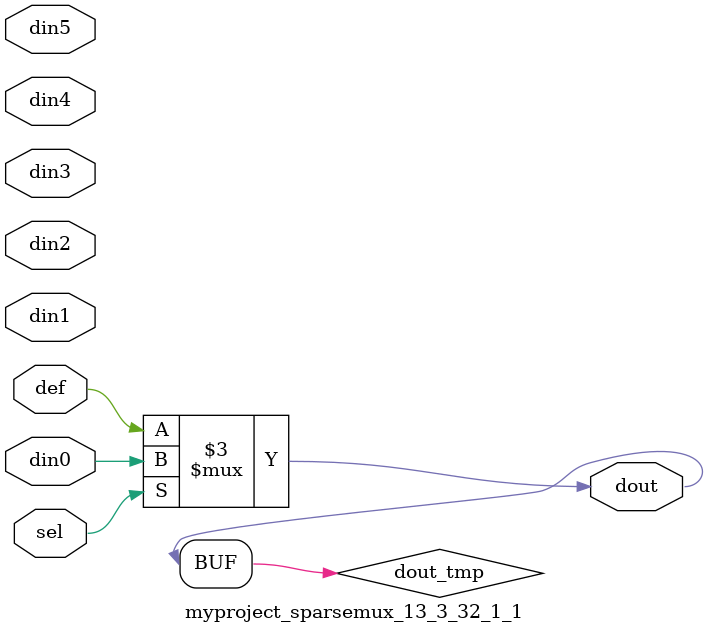
<source format=v>
`timescale 1ns / 1ps

module myproject_sparsemux_13_3_32_1_1 (din0,din1,din2,din3,din4,din5,def,sel,dout);

parameter din0_WIDTH = 1;

parameter din1_WIDTH = 1;

parameter din2_WIDTH = 1;

parameter din3_WIDTH = 1;

parameter din4_WIDTH = 1;

parameter din5_WIDTH = 1;

parameter def_WIDTH = 1;
parameter sel_WIDTH = 1;
parameter dout_WIDTH = 1;

parameter [sel_WIDTH-1:0] CASE0 = 1;

parameter [sel_WIDTH-1:0] CASE1 = 1;

parameter [sel_WIDTH-1:0] CASE2 = 1;

parameter [sel_WIDTH-1:0] CASE3 = 1;

parameter [sel_WIDTH-1:0] CASE4 = 1;

parameter [sel_WIDTH-1:0] CASE5 = 1;

parameter ID = 1;
parameter NUM_STAGE = 1;



input [din0_WIDTH-1:0] din0;

input [din1_WIDTH-1:0] din1;

input [din2_WIDTH-1:0] din2;

input [din3_WIDTH-1:0] din3;

input [din4_WIDTH-1:0] din4;

input [din5_WIDTH-1:0] din5;

input [def_WIDTH-1:0] def;
input [sel_WIDTH-1:0] sel;

output [dout_WIDTH-1:0] dout;



reg [dout_WIDTH-1:0] dout_tmp;

always @ (*) begin
case (sel)
    
    CASE0 : dout_tmp = din0;
    
    CASE1 : dout_tmp = din1;
    
    CASE2 : dout_tmp = din2;
    
    CASE3 : dout_tmp = din3;
    
    CASE4 : dout_tmp = din4;
    
    CASE5 : dout_tmp = din5;
    
    default : dout_tmp = def;
endcase
end


assign dout = dout_tmp;



endmodule

</source>
